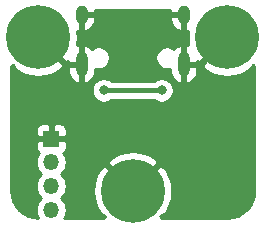
<source format=gbl>
G04 #@! TF.GenerationSoftware,KiCad,Pcbnew,(5.1.2)-1*
G04 #@! TF.CreationDate,2019-07-01T01:58:11-07:00*
G04 #@! TF.ProjectId,daughterboard,64617567-6874-4657-9262-6f6172642e6b,rev?*
G04 #@! TF.SameCoordinates,Original*
G04 #@! TF.FileFunction,Copper,L2,Bot*
G04 #@! TF.FilePolarity,Positive*
%FSLAX46Y46*%
G04 Gerber Fmt 4.6, Leading zero omitted, Abs format (unit mm)*
G04 Created by KiCad (PCBNEW (5.1.2)-1) date 2019-07-01 01:58:11*
%MOMM*%
%LPD*%
G04 APERTURE LIST*
%ADD10C,0.800000*%
%ADD11C,5.400000*%
%ADD12O,1.000000X1.600000*%
%ADD13O,1.000000X2.100000*%
%ADD14R,1.350000X1.350000*%
%ADD15O,1.350000X1.350000*%
%ADD16C,0.381000*%
%ADD17C,0.254000*%
G04 APERTURE END LIST*
D10*
X20431891Y-1568109D03*
X19000000Y-975000D03*
X17568109Y-1568109D03*
X16975000Y-3000000D03*
X17568109Y-4431891D03*
X19000000Y-5025000D03*
X20431891Y-4431891D03*
X21025000Y-3000000D03*
D11*
X19000000Y-3000000D03*
D10*
X4431891Y-1568109D03*
X3000000Y-975000D03*
X1568109Y-1568109D03*
X975000Y-3000000D03*
X1568109Y-4431891D03*
X3000000Y-5025000D03*
X4431891Y-4431891D03*
X5025000Y-3000000D03*
D11*
X3000000Y-3000000D03*
D10*
X12431891Y-14568109D03*
X11000000Y-13975000D03*
X9568109Y-14568109D03*
X8975000Y-16000000D03*
X9568109Y-17431891D03*
X11000000Y-18025000D03*
X12431891Y-17431891D03*
X13025000Y-16000000D03*
D11*
X11000000Y-16000000D03*
D12*
X6680000Y-1100000D03*
X15320000Y-1100000D03*
D13*
X6680000Y-5280000D03*
X15320000Y-5280000D03*
D14*
X4100000Y-11600000D03*
D15*
X4100000Y-13600000D03*
X4100000Y-15600000D03*
X4100000Y-17600000D03*
D10*
X8900000Y-10600000D03*
X1200000Y-10600000D03*
X1300000Y-16000000D03*
X1300000Y-13200000D03*
X8550000Y-7500000D03*
X13450000Y-7500000D03*
D16*
X9115685Y-7500000D02*
X13450000Y-7500000D01*
X8550000Y-7500000D02*
X9115685Y-7500000D01*
D17*
G36*
X14185000Y-973000D02*
G01*
X15193000Y-973000D01*
X15193000Y-953000D01*
X15447000Y-953000D01*
X15447000Y-973000D01*
X15467000Y-973000D01*
X15467000Y-1227000D01*
X15447000Y-1227000D01*
X15447000Y-2367954D01*
X15621874Y-2494119D01*
X15701787Y-2465520D01*
X15648866Y-2995431D01*
X15712366Y-3649293D01*
X15718787Y-3670564D01*
X15621874Y-3635881D01*
X15447000Y-3762046D01*
X15447000Y-5153000D01*
X16455000Y-5153000D01*
X16455000Y-5029098D01*
X16654626Y-5165769D01*
X18820395Y-3000000D01*
X18806253Y-2985858D01*
X18985858Y-2806253D01*
X19000000Y-2820395D01*
X19014143Y-2806253D01*
X19193748Y-2985858D01*
X19179605Y-3000000D01*
X19193748Y-3014143D01*
X19014143Y-3193748D01*
X19000000Y-3179605D01*
X16834231Y-5345374D01*
X17134411Y-5783828D01*
X17713356Y-6094296D01*
X18341746Y-6285852D01*
X18995431Y-6351134D01*
X19649293Y-6287634D01*
X20278203Y-6097792D01*
X20857992Y-5788904D01*
X20865589Y-5783828D01*
X21165768Y-5345376D01*
X21279373Y-5458981D01*
X21290000Y-5448354D01*
X21290001Y-15965269D01*
X21243048Y-16444133D01*
X21114063Y-16871353D01*
X20904554Y-17265384D01*
X20622501Y-17611214D01*
X20278651Y-17895672D01*
X19886093Y-18107927D01*
X19459788Y-18239891D01*
X18983036Y-18290000D01*
X13448354Y-18290000D01*
X13458981Y-18279373D01*
X13345376Y-18165768D01*
X13783828Y-17865589D01*
X14094296Y-17286644D01*
X14285852Y-16658254D01*
X14351134Y-16004569D01*
X14287634Y-15350707D01*
X14097792Y-14721797D01*
X13788904Y-14142008D01*
X13783828Y-14134411D01*
X13345374Y-13834231D01*
X11179605Y-16000000D01*
X11193748Y-16014143D01*
X11014143Y-16193748D01*
X11000000Y-16179605D01*
X10985858Y-16193748D01*
X10806253Y-16014143D01*
X10820395Y-16000000D01*
X8654626Y-13834231D01*
X8216172Y-14134411D01*
X7905704Y-14713356D01*
X7714148Y-15341746D01*
X7648866Y-15995431D01*
X7712366Y-16649293D01*
X7902208Y-17278203D01*
X8211096Y-17857992D01*
X8216172Y-17865589D01*
X8654624Y-18165768D01*
X8541019Y-18279373D01*
X8551646Y-18290000D01*
X5216580Y-18290000D01*
X5316138Y-18103741D01*
X5391045Y-17856805D01*
X5416338Y-17600000D01*
X5391045Y-17343195D01*
X5316138Y-17096259D01*
X5194495Y-16868682D01*
X5030792Y-16669208D01*
X4946461Y-16600000D01*
X5030792Y-16530792D01*
X5194495Y-16331318D01*
X5316138Y-16103741D01*
X5391045Y-15856805D01*
X5416338Y-15600000D01*
X5391045Y-15343195D01*
X5316138Y-15096259D01*
X5194495Y-14868682D01*
X5030792Y-14669208D01*
X4946461Y-14600000D01*
X5030792Y-14530792D01*
X5194495Y-14331318D01*
X5316138Y-14103741D01*
X5391045Y-13856805D01*
X5410957Y-13654626D01*
X8834231Y-13654626D01*
X11000000Y-15820395D01*
X13165769Y-13654626D01*
X12865589Y-13216172D01*
X12286644Y-12905704D01*
X11658254Y-12714148D01*
X11004569Y-12648866D01*
X10350707Y-12712366D01*
X9721797Y-12902208D01*
X9142008Y-13211096D01*
X9134411Y-13216172D01*
X8834231Y-13654626D01*
X5410957Y-13654626D01*
X5416338Y-13600000D01*
X5391045Y-13343195D01*
X5316138Y-13096259D01*
X5194495Y-12868682D01*
X5137369Y-12799074D01*
X5226185Y-12726185D01*
X5305537Y-12629494D01*
X5364502Y-12519180D01*
X5400812Y-12399482D01*
X5413072Y-12275000D01*
X5410000Y-11885750D01*
X5251250Y-11727000D01*
X4227000Y-11727000D01*
X4227000Y-11747000D01*
X3973000Y-11747000D01*
X3973000Y-11727000D01*
X2948750Y-11727000D01*
X2790000Y-11885750D01*
X2786928Y-12275000D01*
X2799188Y-12399482D01*
X2835498Y-12519180D01*
X2894463Y-12629494D01*
X2973815Y-12726185D01*
X3062631Y-12799074D01*
X3005505Y-12868682D01*
X2883862Y-13096259D01*
X2808955Y-13343195D01*
X2783662Y-13600000D01*
X2808955Y-13856805D01*
X2883862Y-14103741D01*
X3005505Y-14331318D01*
X3169208Y-14530792D01*
X3253539Y-14600000D01*
X3169208Y-14669208D01*
X3005505Y-14868682D01*
X2883862Y-15096259D01*
X2808955Y-15343195D01*
X2783662Y-15600000D01*
X2808955Y-15856805D01*
X2883862Y-16103741D01*
X3005505Y-16331318D01*
X3169208Y-16530792D01*
X3253539Y-16600000D01*
X3169208Y-16669208D01*
X3005505Y-16868682D01*
X2883862Y-17096259D01*
X2808955Y-17343195D01*
X2783662Y-17600000D01*
X2808955Y-17856805D01*
X2883862Y-18103741D01*
X2980583Y-18284692D01*
X2555867Y-18243048D01*
X2128647Y-18114063D01*
X1734616Y-17904554D01*
X1388786Y-17622501D01*
X1104328Y-17278651D01*
X892073Y-16886093D01*
X760109Y-16459788D01*
X710000Y-15983036D01*
X710000Y-10925000D01*
X2786928Y-10925000D01*
X2790000Y-11314250D01*
X2948750Y-11473000D01*
X3973000Y-11473000D01*
X3973000Y-10448750D01*
X4227000Y-10448750D01*
X4227000Y-11473000D01*
X5251250Y-11473000D01*
X5410000Y-11314250D01*
X5413072Y-10925000D01*
X5400812Y-10800518D01*
X5364502Y-10680820D01*
X5305537Y-10570506D01*
X5226185Y-10473815D01*
X5129494Y-10394463D01*
X5019180Y-10335498D01*
X4899482Y-10299188D01*
X4775000Y-10286928D01*
X4385750Y-10290000D01*
X4227000Y-10448750D01*
X3973000Y-10448750D01*
X3814250Y-10290000D01*
X3425000Y-10286928D01*
X3300518Y-10299188D01*
X3180820Y-10335498D01*
X3070506Y-10394463D01*
X2973815Y-10473815D01*
X2894463Y-10570506D01*
X2835498Y-10680820D01*
X2799188Y-10800518D01*
X2786928Y-10925000D01*
X710000Y-10925000D01*
X710000Y-7398061D01*
X7515000Y-7398061D01*
X7515000Y-7601939D01*
X7554774Y-7801898D01*
X7632795Y-7990256D01*
X7746063Y-8159774D01*
X7890226Y-8303937D01*
X8059744Y-8417205D01*
X8248102Y-8495226D01*
X8448061Y-8535000D01*
X8651939Y-8535000D01*
X8851898Y-8495226D01*
X9040256Y-8417205D01*
X9177503Y-8325500D01*
X12822497Y-8325500D01*
X12959744Y-8417205D01*
X13148102Y-8495226D01*
X13348061Y-8535000D01*
X13551939Y-8535000D01*
X13751898Y-8495226D01*
X13940256Y-8417205D01*
X14109774Y-8303937D01*
X14253937Y-8159774D01*
X14367205Y-7990256D01*
X14445226Y-7801898D01*
X14485000Y-7601939D01*
X14485000Y-7398061D01*
X14445226Y-7198102D01*
X14367205Y-7009744D01*
X14253937Y-6840226D01*
X14109774Y-6696063D01*
X13940256Y-6582795D01*
X13751898Y-6504774D01*
X13551939Y-6465000D01*
X13348061Y-6465000D01*
X13148102Y-6504774D01*
X12959744Y-6582795D01*
X12822497Y-6674500D01*
X9177503Y-6674500D01*
X9040256Y-6582795D01*
X8851898Y-6504774D01*
X8651939Y-6465000D01*
X8448061Y-6465000D01*
X8248102Y-6504774D01*
X8059744Y-6582795D01*
X7890226Y-6696063D01*
X7746063Y-6840226D01*
X7632795Y-7009744D01*
X7554774Y-7198102D01*
X7515000Y-7398061D01*
X710000Y-7398061D01*
X710000Y-5448354D01*
X720627Y-5458981D01*
X834232Y-5345376D01*
X1134411Y-5783828D01*
X1713356Y-6094296D01*
X2341746Y-6285852D01*
X2995431Y-6351134D01*
X3649293Y-6287634D01*
X4278203Y-6097792D01*
X4857992Y-5788904D01*
X4865589Y-5783828D01*
X5123577Y-5407000D01*
X5545000Y-5407000D01*
X5545000Y-5957000D01*
X5591585Y-6175987D01*
X5679997Y-6381678D01*
X5806839Y-6566169D01*
X5967236Y-6722369D01*
X6155024Y-6844276D01*
X6378126Y-6924119D01*
X6553000Y-6797954D01*
X6553000Y-5407000D01*
X5545000Y-5407000D01*
X5123577Y-5407000D01*
X5165769Y-5345374D01*
X3000000Y-3179605D01*
X2985858Y-3193748D01*
X2806253Y-3014143D01*
X2820395Y-3000000D01*
X2806253Y-2985858D01*
X2985858Y-2806253D01*
X3000000Y-2820395D01*
X3014143Y-2806253D01*
X3193748Y-2985858D01*
X3179605Y-3000000D01*
X5345374Y-5165769D01*
X5545000Y-5029098D01*
X5545000Y-5153000D01*
X6553000Y-5153000D01*
X6553000Y-3762046D01*
X6807000Y-3762046D01*
X6807000Y-5153000D01*
X6827000Y-5153000D01*
X6827000Y-5407000D01*
X6807000Y-5407000D01*
X6807000Y-6797954D01*
X6981874Y-6924119D01*
X7204976Y-6844276D01*
X7392764Y-6722369D01*
X7553161Y-6566169D01*
X7680003Y-6381678D01*
X7768415Y-6175987D01*
X7815000Y-5957000D01*
X7815000Y-5666904D01*
X7829978Y-5673108D01*
X8015448Y-5710000D01*
X8204552Y-5710000D01*
X8390022Y-5673108D01*
X8564731Y-5600741D01*
X8721964Y-5495681D01*
X8855681Y-5361964D01*
X8960741Y-5204731D01*
X9033108Y-5030022D01*
X9070000Y-4844552D01*
X9070000Y-4655448D01*
X12930000Y-4655448D01*
X12930000Y-4844552D01*
X12966892Y-5030022D01*
X13039259Y-5204731D01*
X13144319Y-5361964D01*
X13278036Y-5495681D01*
X13435269Y-5600741D01*
X13609978Y-5673108D01*
X13795448Y-5710000D01*
X13984552Y-5710000D01*
X14170022Y-5673108D01*
X14185000Y-5666904D01*
X14185000Y-5957000D01*
X14231585Y-6175987D01*
X14319997Y-6381678D01*
X14446839Y-6566169D01*
X14607236Y-6722369D01*
X14795024Y-6844276D01*
X15018126Y-6924119D01*
X15193000Y-6797954D01*
X15193000Y-5407000D01*
X15447000Y-5407000D01*
X15447000Y-6797954D01*
X15621874Y-6924119D01*
X15844976Y-6844276D01*
X16032764Y-6722369D01*
X16193161Y-6566169D01*
X16320003Y-6381678D01*
X16408415Y-6175987D01*
X16455000Y-5957000D01*
X16455000Y-5407000D01*
X15447000Y-5407000D01*
X15193000Y-5407000D01*
X15173000Y-5407000D01*
X15173000Y-5153000D01*
X15193000Y-5153000D01*
X15193000Y-3762046D01*
X15018126Y-3635881D01*
X14795024Y-3715724D01*
X14607236Y-3837631D01*
X14462884Y-3978206D01*
X14344731Y-3899259D01*
X14170022Y-3826892D01*
X13984552Y-3790000D01*
X13795448Y-3790000D01*
X13609978Y-3826892D01*
X13435269Y-3899259D01*
X13278036Y-4004319D01*
X13144319Y-4138036D01*
X13039259Y-4295269D01*
X12966892Y-4469978D01*
X12930000Y-4655448D01*
X9070000Y-4655448D01*
X9033108Y-4469978D01*
X8960741Y-4295269D01*
X8855681Y-4138036D01*
X8721964Y-4004319D01*
X8564731Y-3899259D01*
X8390022Y-3826892D01*
X8204552Y-3790000D01*
X8015448Y-3790000D01*
X7829978Y-3826892D01*
X7655269Y-3899259D01*
X7537116Y-3978206D01*
X7392764Y-3837631D01*
X7204976Y-3715724D01*
X6981874Y-3635881D01*
X6807000Y-3762046D01*
X6553000Y-3762046D01*
X6378126Y-3635881D01*
X6282208Y-3670208D01*
X6285852Y-3658254D01*
X6351134Y-3004569D01*
X6298805Y-2465732D01*
X6378126Y-2494119D01*
X6553000Y-2367954D01*
X6553000Y-1227000D01*
X6807000Y-1227000D01*
X6807000Y-2367954D01*
X6981874Y-2494119D01*
X7204976Y-2414276D01*
X7392764Y-2292369D01*
X7553161Y-2136169D01*
X7680003Y-1951678D01*
X7768415Y-1745987D01*
X7815000Y-1527000D01*
X7815000Y-1227000D01*
X14185000Y-1227000D01*
X14185000Y-1527000D01*
X14231585Y-1745987D01*
X14319997Y-1951678D01*
X14446839Y-2136169D01*
X14607236Y-2292369D01*
X14795024Y-2414276D01*
X15018126Y-2494119D01*
X15193000Y-2367954D01*
X15193000Y-1227000D01*
X14185000Y-1227000D01*
X7815000Y-1227000D01*
X6807000Y-1227000D01*
X6553000Y-1227000D01*
X6533000Y-1227000D01*
X6533000Y-973000D01*
X6553000Y-973000D01*
X6553000Y-953000D01*
X6807000Y-953000D01*
X6807000Y-973000D01*
X7815000Y-973000D01*
X7815000Y-710000D01*
X14185000Y-710000D01*
X14185000Y-973000D01*
X14185000Y-973000D01*
G37*
X14185000Y-973000D02*
X15193000Y-973000D01*
X15193000Y-953000D01*
X15447000Y-953000D01*
X15447000Y-973000D01*
X15467000Y-973000D01*
X15467000Y-1227000D01*
X15447000Y-1227000D01*
X15447000Y-2367954D01*
X15621874Y-2494119D01*
X15701787Y-2465520D01*
X15648866Y-2995431D01*
X15712366Y-3649293D01*
X15718787Y-3670564D01*
X15621874Y-3635881D01*
X15447000Y-3762046D01*
X15447000Y-5153000D01*
X16455000Y-5153000D01*
X16455000Y-5029098D01*
X16654626Y-5165769D01*
X18820395Y-3000000D01*
X18806253Y-2985858D01*
X18985858Y-2806253D01*
X19000000Y-2820395D01*
X19014143Y-2806253D01*
X19193748Y-2985858D01*
X19179605Y-3000000D01*
X19193748Y-3014143D01*
X19014143Y-3193748D01*
X19000000Y-3179605D01*
X16834231Y-5345374D01*
X17134411Y-5783828D01*
X17713356Y-6094296D01*
X18341746Y-6285852D01*
X18995431Y-6351134D01*
X19649293Y-6287634D01*
X20278203Y-6097792D01*
X20857992Y-5788904D01*
X20865589Y-5783828D01*
X21165768Y-5345376D01*
X21279373Y-5458981D01*
X21290000Y-5448354D01*
X21290001Y-15965269D01*
X21243048Y-16444133D01*
X21114063Y-16871353D01*
X20904554Y-17265384D01*
X20622501Y-17611214D01*
X20278651Y-17895672D01*
X19886093Y-18107927D01*
X19459788Y-18239891D01*
X18983036Y-18290000D01*
X13448354Y-18290000D01*
X13458981Y-18279373D01*
X13345376Y-18165768D01*
X13783828Y-17865589D01*
X14094296Y-17286644D01*
X14285852Y-16658254D01*
X14351134Y-16004569D01*
X14287634Y-15350707D01*
X14097792Y-14721797D01*
X13788904Y-14142008D01*
X13783828Y-14134411D01*
X13345374Y-13834231D01*
X11179605Y-16000000D01*
X11193748Y-16014143D01*
X11014143Y-16193748D01*
X11000000Y-16179605D01*
X10985858Y-16193748D01*
X10806253Y-16014143D01*
X10820395Y-16000000D01*
X8654626Y-13834231D01*
X8216172Y-14134411D01*
X7905704Y-14713356D01*
X7714148Y-15341746D01*
X7648866Y-15995431D01*
X7712366Y-16649293D01*
X7902208Y-17278203D01*
X8211096Y-17857992D01*
X8216172Y-17865589D01*
X8654624Y-18165768D01*
X8541019Y-18279373D01*
X8551646Y-18290000D01*
X5216580Y-18290000D01*
X5316138Y-18103741D01*
X5391045Y-17856805D01*
X5416338Y-17600000D01*
X5391045Y-17343195D01*
X5316138Y-17096259D01*
X5194495Y-16868682D01*
X5030792Y-16669208D01*
X4946461Y-16600000D01*
X5030792Y-16530792D01*
X5194495Y-16331318D01*
X5316138Y-16103741D01*
X5391045Y-15856805D01*
X5416338Y-15600000D01*
X5391045Y-15343195D01*
X5316138Y-15096259D01*
X5194495Y-14868682D01*
X5030792Y-14669208D01*
X4946461Y-14600000D01*
X5030792Y-14530792D01*
X5194495Y-14331318D01*
X5316138Y-14103741D01*
X5391045Y-13856805D01*
X5410957Y-13654626D01*
X8834231Y-13654626D01*
X11000000Y-15820395D01*
X13165769Y-13654626D01*
X12865589Y-13216172D01*
X12286644Y-12905704D01*
X11658254Y-12714148D01*
X11004569Y-12648866D01*
X10350707Y-12712366D01*
X9721797Y-12902208D01*
X9142008Y-13211096D01*
X9134411Y-13216172D01*
X8834231Y-13654626D01*
X5410957Y-13654626D01*
X5416338Y-13600000D01*
X5391045Y-13343195D01*
X5316138Y-13096259D01*
X5194495Y-12868682D01*
X5137369Y-12799074D01*
X5226185Y-12726185D01*
X5305537Y-12629494D01*
X5364502Y-12519180D01*
X5400812Y-12399482D01*
X5413072Y-12275000D01*
X5410000Y-11885750D01*
X5251250Y-11727000D01*
X4227000Y-11727000D01*
X4227000Y-11747000D01*
X3973000Y-11747000D01*
X3973000Y-11727000D01*
X2948750Y-11727000D01*
X2790000Y-11885750D01*
X2786928Y-12275000D01*
X2799188Y-12399482D01*
X2835498Y-12519180D01*
X2894463Y-12629494D01*
X2973815Y-12726185D01*
X3062631Y-12799074D01*
X3005505Y-12868682D01*
X2883862Y-13096259D01*
X2808955Y-13343195D01*
X2783662Y-13600000D01*
X2808955Y-13856805D01*
X2883862Y-14103741D01*
X3005505Y-14331318D01*
X3169208Y-14530792D01*
X3253539Y-14600000D01*
X3169208Y-14669208D01*
X3005505Y-14868682D01*
X2883862Y-15096259D01*
X2808955Y-15343195D01*
X2783662Y-15600000D01*
X2808955Y-15856805D01*
X2883862Y-16103741D01*
X3005505Y-16331318D01*
X3169208Y-16530792D01*
X3253539Y-16600000D01*
X3169208Y-16669208D01*
X3005505Y-16868682D01*
X2883862Y-17096259D01*
X2808955Y-17343195D01*
X2783662Y-17600000D01*
X2808955Y-17856805D01*
X2883862Y-18103741D01*
X2980583Y-18284692D01*
X2555867Y-18243048D01*
X2128647Y-18114063D01*
X1734616Y-17904554D01*
X1388786Y-17622501D01*
X1104328Y-17278651D01*
X892073Y-16886093D01*
X760109Y-16459788D01*
X710000Y-15983036D01*
X710000Y-10925000D01*
X2786928Y-10925000D01*
X2790000Y-11314250D01*
X2948750Y-11473000D01*
X3973000Y-11473000D01*
X3973000Y-10448750D01*
X4227000Y-10448750D01*
X4227000Y-11473000D01*
X5251250Y-11473000D01*
X5410000Y-11314250D01*
X5413072Y-10925000D01*
X5400812Y-10800518D01*
X5364502Y-10680820D01*
X5305537Y-10570506D01*
X5226185Y-10473815D01*
X5129494Y-10394463D01*
X5019180Y-10335498D01*
X4899482Y-10299188D01*
X4775000Y-10286928D01*
X4385750Y-10290000D01*
X4227000Y-10448750D01*
X3973000Y-10448750D01*
X3814250Y-10290000D01*
X3425000Y-10286928D01*
X3300518Y-10299188D01*
X3180820Y-10335498D01*
X3070506Y-10394463D01*
X2973815Y-10473815D01*
X2894463Y-10570506D01*
X2835498Y-10680820D01*
X2799188Y-10800518D01*
X2786928Y-10925000D01*
X710000Y-10925000D01*
X710000Y-7398061D01*
X7515000Y-7398061D01*
X7515000Y-7601939D01*
X7554774Y-7801898D01*
X7632795Y-7990256D01*
X7746063Y-8159774D01*
X7890226Y-8303937D01*
X8059744Y-8417205D01*
X8248102Y-8495226D01*
X8448061Y-8535000D01*
X8651939Y-8535000D01*
X8851898Y-8495226D01*
X9040256Y-8417205D01*
X9177503Y-8325500D01*
X12822497Y-8325500D01*
X12959744Y-8417205D01*
X13148102Y-8495226D01*
X13348061Y-8535000D01*
X13551939Y-8535000D01*
X13751898Y-8495226D01*
X13940256Y-8417205D01*
X14109774Y-8303937D01*
X14253937Y-8159774D01*
X14367205Y-7990256D01*
X14445226Y-7801898D01*
X14485000Y-7601939D01*
X14485000Y-7398061D01*
X14445226Y-7198102D01*
X14367205Y-7009744D01*
X14253937Y-6840226D01*
X14109774Y-6696063D01*
X13940256Y-6582795D01*
X13751898Y-6504774D01*
X13551939Y-6465000D01*
X13348061Y-6465000D01*
X13148102Y-6504774D01*
X12959744Y-6582795D01*
X12822497Y-6674500D01*
X9177503Y-6674500D01*
X9040256Y-6582795D01*
X8851898Y-6504774D01*
X8651939Y-6465000D01*
X8448061Y-6465000D01*
X8248102Y-6504774D01*
X8059744Y-6582795D01*
X7890226Y-6696063D01*
X7746063Y-6840226D01*
X7632795Y-7009744D01*
X7554774Y-7198102D01*
X7515000Y-7398061D01*
X710000Y-7398061D01*
X710000Y-5448354D01*
X720627Y-5458981D01*
X834232Y-5345376D01*
X1134411Y-5783828D01*
X1713356Y-6094296D01*
X2341746Y-6285852D01*
X2995431Y-6351134D01*
X3649293Y-6287634D01*
X4278203Y-6097792D01*
X4857992Y-5788904D01*
X4865589Y-5783828D01*
X5123577Y-5407000D01*
X5545000Y-5407000D01*
X5545000Y-5957000D01*
X5591585Y-6175987D01*
X5679997Y-6381678D01*
X5806839Y-6566169D01*
X5967236Y-6722369D01*
X6155024Y-6844276D01*
X6378126Y-6924119D01*
X6553000Y-6797954D01*
X6553000Y-5407000D01*
X5545000Y-5407000D01*
X5123577Y-5407000D01*
X5165769Y-5345374D01*
X3000000Y-3179605D01*
X2985858Y-3193748D01*
X2806253Y-3014143D01*
X2820395Y-3000000D01*
X2806253Y-2985858D01*
X2985858Y-2806253D01*
X3000000Y-2820395D01*
X3014143Y-2806253D01*
X3193748Y-2985858D01*
X3179605Y-3000000D01*
X5345374Y-5165769D01*
X5545000Y-5029098D01*
X5545000Y-5153000D01*
X6553000Y-5153000D01*
X6553000Y-3762046D01*
X6807000Y-3762046D01*
X6807000Y-5153000D01*
X6827000Y-5153000D01*
X6827000Y-5407000D01*
X6807000Y-5407000D01*
X6807000Y-6797954D01*
X6981874Y-6924119D01*
X7204976Y-6844276D01*
X7392764Y-6722369D01*
X7553161Y-6566169D01*
X7680003Y-6381678D01*
X7768415Y-6175987D01*
X7815000Y-5957000D01*
X7815000Y-5666904D01*
X7829978Y-5673108D01*
X8015448Y-5710000D01*
X8204552Y-5710000D01*
X8390022Y-5673108D01*
X8564731Y-5600741D01*
X8721964Y-5495681D01*
X8855681Y-5361964D01*
X8960741Y-5204731D01*
X9033108Y-5030022D01*
X9070000Y-4844552D01*
X9070000Y-4655448D01*
X12930000Y-4655448D01*
X12930000Y-4844552D01*
X12966892Y-5030022D01*
X13039259Y-5204731D01*
X13144319Y-5361964D01*
X13278036Y-5495681D01*
X13435269Y-5600741D01*
X13609978Y-5673108D01*
X13795448Y-5710000D01*
X13984552Y-5710000D01*
X14170022Y-5673108D01*
X14185000Y-5666904D01*
X14185000Y-5957000D01*
X14231585Y-6175987D01*
X14319997Y-6381678D01*
X14446839Y-6566169D01*
X14607236Y-6722369D01*
X14795024Y-6844276D01*
X15018126Y-6924119D01*
X15193000Y-6797954D01*
X15193000Y-5407000D01*
X15447000Y-5407000D01*
X15447000Y-6797954D01*
X15621874Y-6924119D01*
X15844976Y-6844276D01*
X16032764Y-6722369D01*
X16193161Y-6566169D01*
X16320003Y-6381678D01*
X16408415Y-6175987D01*
X16455000Y-5957000D01*
X16455000Y-5407000D01*
X15447000Y-5407000D01*
X15193000Y-5407000D01*
X15173000Y-5407000D01*
X15173000Y-5153000D01*
X15193000Y-5153000D01*
X15193000Y-3762046D01*
X15018126Y-3635881D01*
X14795024Y-3715724D01*
X14607236Y-3837631D01*
X14462884Y-3978206D01*
X14344731Y-3899259D01*
X14170022Y-3826892D01*
X13984552Y-3790000D01*
X13795448Y-3790000D01*
X13609978Y-3826892D01*
X13435269Y-3899259D01*
X13278036Y-4004319D01*
X13144319Y-4138036D01*
X13039259Y-4295269D01*
X12966892Y-4469978D01*
X12930000Y-4655448D01*
X9070000Y-4655448D01*
X9033108Y-4469978D01*
X8960741Y-4295269D01*
X8855681Y-4138036D01*
X8721964Y-4004319D01*
X8564731Y-3899259D01*
X8390022Y-3826892D01*
X8204552Y-3790000D01*
X8015448Y-3790000D01*
X7829978Y-3826892D01*
X7655269Y-3899259D01*
X7537116Y-3978206D01*
X7392764Y-3837631D01*
X7204976Y-3715724D01*
X6981874Y-3635881D01*
X6807000Y-3762046D01*
X6553000Y-3762046D01*
X6378126Y-3635881D01*
X6282208Y-3670208D01*
X6285852Y-3658254D01*
X6351134Y-3004569D01*
X6298805Y-2465732D01*
X6378126Y-2494119D01*
X6553000Y-2367954D01*
X6553000Y-1227000D01*
X6807000Y-1227000D01*
X6807000Y-2367954D01*
X6981874Y-2494119D01*
X7204976Y-2414276D01*
X7392764Y-2292369D01*
X7553161Y-2136169D01*
X7680003Y-1951678D01*
X7768415Y-1745987D01*
X7815000Y-1527000D01*
X7815000Y-1227000D01*
X14185000Y-1227000D01*
X14185000Y-1527000D01*
X14231585Y-1745987D01*
X14319997Y-1951678D01*
X14446839Y-2136169D01*
X14607236Y-2292369D01*
X14795024Y-2414276D01*
X15018126Y-2494119D01*
X15193000Y-2367954D01*
X15193000Y-1227000D01*
X14185000Y-1227000D01*
X7815000Y-1227000D01*
X6807000Y-1227000D01*
X6553000Y-1227000D01*
X6533000Y-1227000D01*
X6533000Y-973000D01*
X6553000Y-973000D01*
X6553000Y-953000D01*
X6807000Y-953000D01*
X6807000Y-973000D01*
X7815000Y-973000D01*
X7815000Y-710000D01*
X14185000Y-710000D01*
X14185000Y-973000D01*
M02*

</source>
